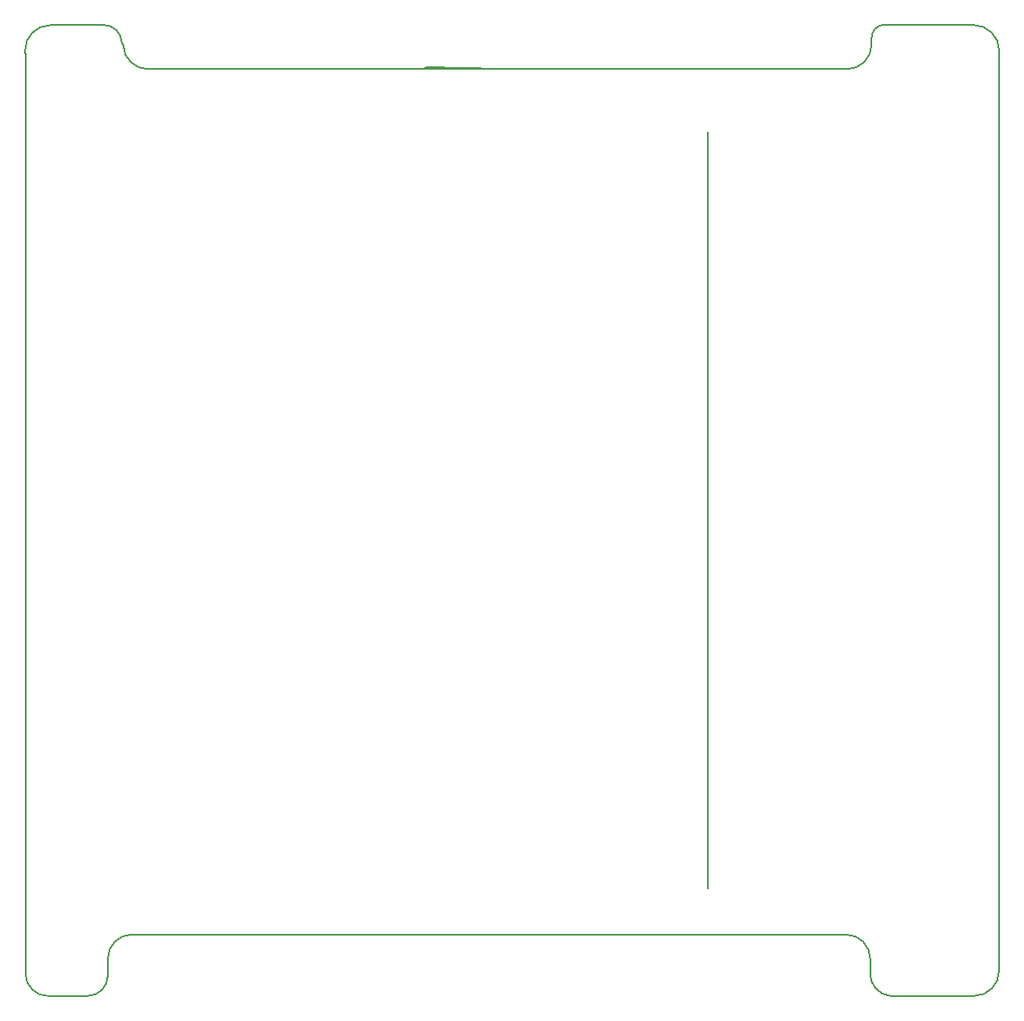
<source format=gko>
G04*
G04 #@! TF.GenerationSoftware,Altium Limited,Altium Designer,24.0.1 (36)*
G04*
G04 Layer_Color=16711935*
%FSLAX44Y44*%
%MOMM*%
G71*
G04*
G04 #@! TF.SameCoordinates,71F2B9B8-5446-4F90-8F71-DE05B1429098*
G04*
G04*
G04 #@! TF.FilePolarity,Positive*
G04*
G01*
G75*
%ADD12C,0.1270*%
%ADD73C,0.1270*%
D12*
X967300Y989779D02*
G03*
X967294Y989779I-6J-635D01*
G01*
X967300Y989779D02*
G03*
X967294Y989779I-6J-26035D01*
G01*
X993329Y963750D02*
G03*
X967300Y989779I-26035J-6D01*
G01*
X993329Y963744D02*
G03*
X993329Y963750I-26035J0D01*
G01*
X993329Y963744D02*
G03*
X993329Y963750I-635J0D01*
G01*
X876882Y990355D02*
G03*
X876847Y990356I-36J-634D01*
G01*
X876882Y990355D02*
G03*
X876847Y990356I-36J-634D01*
G01*
X876847D02*
G03*
X863048Y976558I-0J-13799D01*
G01*
X838283Y944878D02*
G03*
X863048Y969642I0J24765D01*
G01*
X967294Y-1387D02*
G03*
X993329Y24649I0J26035D01*
G01*
X861730Y36666D02*
G03*
X861730Y36667I-24763J2D01*
G01*
Y36666D02*
G03*
X861730Y36660I635J-0D01*
G01*
X836967Y61430D02*
G03*
X836965Y61430I0J-24763D01*
G01*
X861730Y36667D02*
G03*
X836967Y61430I-24763J0D01*
G01*
X882678Y-1385D02*
G03*
X882726Y-1387I49J633D01*
G01*
X861730Y23010D02*
G03*
X882678Y-1385I22685J-1712D01*
G01*
X99680Y969280D02*
G03*
X99567Y969633I-635J-9D01*
G01*
X99680Y969275D02*
G03*
X99567Y969633I-635J-4D01*
G01*
X99680Y969271D02*
G03*
X99680Y969275I-635J0D01*
G01*
D02*
G03*
X124442Y944878I24762J368D01*
G01*
X99680Y969280D02*
G03*
X99680Y969275I24762J362D01*
G01*
X79891Y989779D02*
G03*
X79886Y989779I-4J-18185D01*
G01*
X98070Y971793D02*
G03*
X79891Y989779I-18184J-199D01*
G01*
X408772Y946655D02*
G03*
X408308Y946469I-15J-635D01*
G01*
X408772Y946655D02*
G03*
X408308Y946469I-15J-635D01*
G01*
X79891Y989779D02*
G03*
X79886Y989779I-6J-635D01*
G01*
X25397Y989779D02*
G03*
X-638Y963744I0J-26035D01*
G01*
D02*
G03*
X-636Y963696I635J0D01*
G01*
X-638Y963744D02*
G03*
X-636Y963696I635J0D01*
G01*
X108597Y61430D02*
G03*
X108602Y61430I0J635D01*
G01*
X108597Y61430D02*
G03*
X83832Y36666I-3J-24762D01*
G01*
X83832Y19079D02*
G03*
X83832Y19095I-635J16D01*
G01*
X83832Y19079D02*
G03*
X83832Y19095I-635J16D01*
G01*
X-185Y21598D02*
G03*
X23779Y-1387I23005J0D01*
G01*
X62333D02*
G03*
X83832Y19079I514J20985D01*
G01*
X62324Y-1386D02*
G03*
X62333Y-1387I523J20985D01*
G01*
X25391Y989779D02*
G03*
X-638Y963744I6J-26035D01*
G01*
X79891Y989779D02*
G03*
X79886Y989779I-6J-18186D01*
G01*
X79891D02*
G03*
X79886Y989779I-6J-635D01*
G01*
X25397Y989779D02*
G03*
X25391Y989779I0J-26035D01*
G01*
X25397Y989779D02*
G03*
X25391Y989779I0J-635D01*
G01*
X932051D02*
X932050D01*
X876882Y990355D02*
G03*
X876847Y990356I-36J-634D01*
G01*
X876882Y990355D02*
G03*
X876841Y990356I-36J-634D01*
G01*
D02*
G03*
X863048Y976557I6J-13799D01*
G01*
X876847Y990356D02*
G03*
X876841Y990356I-0J-13799D01*
G01*
X863048Y969648D02*
G03*
X863048Y969643I635J-6D01*
G01*
X838283Y944878D02*
G03*
X863048Y969643I0J24765D01*
G01*
X861730Y36666D02*
G03*
X836965Y61430I-24764J0D01*
G01*
X932050Y-1387D02*
G03*
X932051Y-1387I1J26034D01*
G01*
X861730Y36666D02*
G03*
X861730Y36658I635J-0D01*
G01*
X861730Y36666D02*
G03*
X861730Y36658I635J-0D01*
G01*
X882678Y-1385D02*
G03*
X882726Y-1387I49J633D01*
G01*
X882678Y-1385D02*
G03*
X882726Y-1387I49J633D01*
G01*
X861730Y23010D02*
G03*
X882678Y-1385I22685J-1712D01*
G01*
X99680Y969281D02*
G03*
X99562Y969640I-635J-9D01*
G01*
X99680Y969271D02*
G03*
X99567Y969633I-635J0D01*
G01*
X99680Y969280D02*
G03*
X124442Y944878I24762J362D01*
G01*
X98071Y971793D02*
G03*
X79891Y989779I-18185J-200D01*
G01*
X124447Y944878D02*
G03*
X124442Y944878I-6J-635D01*
G01*
X-638Y963744D02*
G03*
X-636Y963696I635J0D01*
G01*
X-638Y963744D02*
G03*
X-636Y963696I635J0D01*
G01*
X836959Y61430D02*
G03*
X836965Y61430I6J635D01*
G01*
X83832Y36667D02*
G03*
X83832Y36666I24764J0D01*
G01*
X108596Y61430D02*
G03*
X83832Y36667I0J-24764D01*
G01*
X108597Y61430D02*
G03*
X108596Y61430I-1J-24764D01*
G01*
X83832Y19079D02*
G03*
X83832Y19095I-635J16D01*
G01*
X83832Y19073D02*
G03*
X83832Y19095I-635J22D01*
G01*
X83832Y19073D02*
G03*
X83832Y19079I-20986J527D01*
G01*
X62332Y-1387D02*
G03*
X83832Y19073I513J20987D01*
G01*
X62324Y-1386D02*
G03*
X62332Y-1387I521J20986D01*
G01*
X-185Y21592D02*
G03*
X23779Y-1387I23005J6D01*
G01*
X-185Y21598D02*
G03*
X-185Y21592I23005J0D01*
G01*
X-185Y21598D02*
G03*
X-185Y21592I635J0D01*
G01*
X695703Y880953D02*
X695703Y108918D01*
X695703Y874944D02*
X695703Y108918D01*
X695703Y877093D02*
Y880856D01*
X695800Y880953D01*
X695703D02*
X695800D01*
X695703Y874944D02*
Y877093D01*
X939623Y989779D02*
X967294D01*
X887131Y989779D02*
X939623Y989779D01*
X876882Y990355D02*
X887131Y989779D01*
X863048Y976557D02*
Y976558D01*
X863048Y969643D02*
X863048Y976557D01*
X863048Y969642D02*
Y969643D01*
X838283Y944878D02*
X838283D01*
X483796D02*
X838283D01*
X483788D02*
X483796D01*
X993329Y900140D02*
X993329Y86788D01*
X993329Y900140D02*
X993329Y963744D01*
X993329Y24649D02*
X993329Y86788D01*
X882726Y-1387D02*
X967294D01*
X861730Y36660D02*
Y36666D01*
X861730Y23010D02*
X861730Y36660D01*
X98070Y971793D02*
X99567Y969633D01*
X483796Y944878D02*
X483803Y944878D01*
X408772Y946655D02*
X483796Y944878D01*
X406717Y944878D02*
X408308Y946469D01*
X124442Y944878D02*
X406717D01*
X124442D02*
X124442D01*
X25397Y989779D02*
X79886Y989779D01*
X25397Y989779D02*
X25397D01*
X-636Y963696D02*
X-185Y957690D01*
X836965Y61430D02*
X836967D01*
X108602Y61430D02*
X836965Y61430D01*
X108597Y61430D02*
X108602D01*
X83832Y19095D02*
Y36666D01*
X-185Y21598D02*
Y957690D01*
Y21598D02*
Y21598D01*
X62333Y-1387D02*
X62340D01*
X23779D02*
X62333D01*
X25392Y989779D02*
X79886D01*
X932051D02*
X932051D01*
X932050D02*
X932051D01*
X887131D02*
X932050D01*
X876882Y990355D02*
X887131Y989779D01*
X863048Y969649D02*
Y976557D01*
Y969643D02*
Y969649D01*
X932050Y-1386D02*
X932051D01*
X882726D02*
X932050D01*
X861729Y36658D02*
Y36666D01*
Y23010D02*
Y36658D01*
X98071Y971793D02*
X99562Y969640D01*
X99567Y969633D01*
X838283Y944878D02*
X838284D01*
X124448D02*
X838283D01*
X124441D02*
X124448D01*
X-636Y963696D02*
X-185Y957690D01*
X836959Y61430D02*
X836965D01*
X108596D02*
X836959D01*
X108596D02*
X108596D01*
X83832Y36665D02*
Y36666D01*
Y19095D02*
Y36665D01*
X-185Y21598D02*
Y957690D01*
X62332Y-1386D02*
X62340D01*
X23779Y-1387D02*
X62332Y-1386D01*
D73*
X876847Y990356D02*
D03*
X863048Y969643D02*
D03*
D03*
D03*
X836965Y61430D02*
D03*
D03*
X25397Y989779D02*
D03*
X83832Y36666D02*
D03*
D03*
X932050Y989779D02*
D03*
X861730Y36666D02*
D03*
X108597Y61430D02*
D03*
X108597D02*
D03*
X108597D02*
D03*
X108597D02*
D03*
X83832Y36666D02*
D03*
D03*
X83832Y19095D02*
D03*
X83832Y36666D02*
D03*
X-185Y21598D02*
D03*
M02*

</source>
